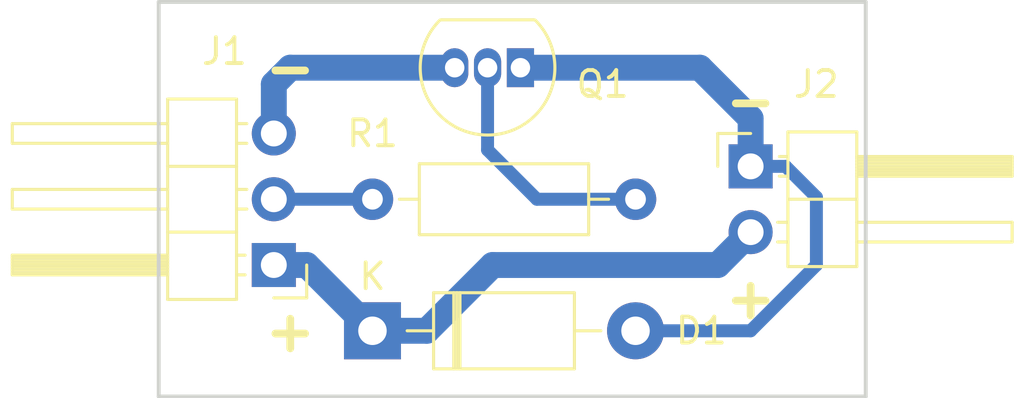
<source format=kicad_pcb>
(kicad_pcb (version 20171130) (host pcbnew 5.0.2+dfsg1-1)

  (general
    (thickness 1.6)
    (drawings 8)
    (tracks 21)
    (zones 0)
    (modules 5)
    (nets 6)
  )

  (page A4)
  (title_block
    (title "FAN PWM")
    (date 2020-11-22)
    (rev 1)
  )

  (layers
    (0 F.Cu signal)
    (31 B.Cu signal)
    (32 B.Adhes user hide)
    (33 F.Adhes user hide)
    (34 B.Paste user hide)
    (35 F.Paste user hide)
    (36 B.SilkS user hide)
    (37 F.SilkS user)
    (38 B.Mask user hide)
    (39 F.Mask user hide)
    (40 Dwgs.User user)
    (41 Cmts.User user hide)
    (42 Eco1.User user hide)
    (43 Eco2.User user hide)
    (44 Edge.Cuts user)
    (45 Margin user hide)
    (46 B.CrtYd user)
    (47 F.CrtYd user)
    (48 B.Fab user hide)
    (49 F.Fab user hide)
  )

  (setup
    (last_trace_width 0.5)
    (user_trace_width 0.5)
    (user_trace_width 1)
    (trace_clearance 0.2)
    (zone_clearance 0.508)
    (zone_45_only no)
    (trace_min 0.2)
    (segment_width 0.2)
    (edge_width 0.15)
    (via_size 0.8)
    (via_drill 0.4)
    (via_min_size 0.4)
    (via_min_drill 0.3)
    (uvia_size 0.3)
    (uvia_drill 0.1)
    (uvias_allowed no)
    (uvia_min_size 0.2)
    (uvia_min_drill 0.1)
    (pcb_text_width 0.3)
    (pcb_text_size 1.5 1.5)
    (mod_edge_width 0.15)
    (mod_text_size 1 1)
    (mod_text_width 0.15)
    (pad_size 1.524 1.524)
    (pad_drill 0.762)
    (pad_to_mask_clearance 0.051)
    (solder_mask_min_width 0.25)
    (aux_axis_origin 0 0)
    (visible_elements FFFFFF7F)
    (pcbplotparams
      (layerselection 0x010fc_ffffffff)
      (usegerberextensions false)
      (usegerberattributes false)
      (usegerberadvancedattributes false)
      (creategerberjobfile false)
      (excludeedgelayer true)
      (linewidth 0.100000)
      (plotframeref false)
      (viasonmask false)
      (mode 1)
      (useauxorigin false)
      (hpglpennumber 1)
      (hpglpenspeed 20)
      (hpglpendiameter 15.000000)
      (psnegative false)
      (psa4output false)
      (plotreference true)
      (plotvalue true)
      (plotinvisibletext false)
      (padsonsilk false)
      (subtractmaskfromsilk false)
      (outputformat 1)
      (mirror false)
      (drillshape 1)
      (scaleselection 1)
      (outputdirectory ""))
  )

  (net 0 "")
  (net 1 "Net-(Q1-Pad2)")
  (net 2 "Net-(J1-Pad2)")
  (net 3 "Net-(J1-Pad3)")
  (net 4 "Net-(D1-Pad2)")
  (net 5 "Net-(D1-Pad1)")

  (net_class Default "This is the default net class."
    (clearance 0.2)
    (trace_width 0.25)
    (via_dia 0.8)
    (via_drill 0.4)
    (uvia_dia 0.3)
    (uvia_drill 0.1)
    (add_net "Net-(D1-Pad1)")
    (add_net "Net-(D1-Pad2)")
    (add_net "Net-(J1-Pad2)")
    (add_net "Net-(J1-Pad3)")
    (add_net "Net-(Q1-Pad2)")
  )

  (module Connector_PinHeader_2.54mm:PinHeader_1x03_P2.54mm_Horizontal (layer F.Cu) (tedit 59FED5CB) (tstamp 5FBBA4DC)
    (at 29.845 29.845 180)
    (descr "Through hole angled pin header, 1x03, 2.54mm pitch, 6mm pin length, single row")
    (tags "Through hole angled pin header THT 1x03 2.54mm single row")
    (path /5FBAB815)
    (fp_text reference J1 (at 1.905 8.255 180) (layer F.SilkS)
      (effects (font (size 1 1) (thickness 0.15)))
    )
    (fp_text value RPI (at 4.385 7.35 180) (layer F.Fab)
      (effects (font (size 1 1) (thickness 0.15)))
    )
    (fp_line (start 2.135 -1.27) (end 4.04 -1.27) (layer F.Fab) (width 0.1))
    (fp_line (start 4.04 -1.27) (end 4.04 6.35) (layer F.Fab) (width 0.1))
    (fp_line (start 4.04 6.35) (end 1.5 6.35) (layer F.Fab) (width 0.1))
    (fp_line (start 1.5 6.35) (end 1.5 -0.635) (layer F.Fab) (width 0.1))
    (fp_line (start 1.5 -0.635) (end 2.135 -1.27) (layer F.Fab) (width 0.1))
    (fp_line (start -0.32 -0.32) (end 1.5 -0.32) (layer F.Fab) (width 0.1))
    (fp_line (start -0.32 -0.32) (end -0.32 0.32) (layer F.Fab) (width 0.1))
    (fp_line (start -0.32 0.32) (end 1.5 0.32) (layer F.Fab) (width 0.1))
    (fp_line (start 4.04 -0.32) (end 10.04 -0.32) (layer F.Fab) (width 0.1))
    (fp_line (start 10.04 -0.32) (end 10.04 0.32) (layer F.Fab) (width 0.1))
    (fp_line (start 4.04 0.32) (end 10.04 0.32) (layer F.Fab) (width 0.1))
    (fp_line (start -0.32 2.22) (end 1.5 2.22) (layer F.Fab) (width 0.1))
    (fp_line (start -0.32 2.22) (end -0.32 2.86) (layer F.Fab) (width 0.1))
    (fp_line (start -0.32 2.86) (end 1.5 2.86) (layer F.Fab) (width 0.1))
    (fp_line (start 4.04 2.22) (end 10.04 2.22) (layer F.Fab) (width 0.1))
    (fp_line (start 10.04 2.22) (end 10.04 2.86) (layer F.Fab) (width 0.1))
    (fp_line (start 4.04 2.86) (end 10.04 2.86) (layer F.Fab) (width 0.1))
    (fp_line (start -0.32 4.76) (end 1.5 4.76) (layer F.Fab) (width 0.1))
    (fp_line (start -0.32 4.76) (end -0.32 5.4) (layer F.Fab) (width 0.1))
    (fp_line (start -0.32 5.4) (end 1.5 5.4) (layer F.Fab) (width 0.1))
    (fp_line (start 4.04 4.76) (end 10.04 4.76) (layer F.Fab) (width 0.1))
    (fp_line (start 10.04 4.76) (end 10.04 5.4) (layer F.Fab) (width 0.1))
    (fp_line (start 4.04 5.4) (end 10.04 5.4) (layer F.Fab) (width 0.1))
    (fp_line (start 1.44 -1.33) (end 1.44 6.41) (layer F.SilkS) (width 0.12))
    (fp_line (start 1.44 6.41) (end 4.1 6.41) (layer F.SilkS) (width 0.12))
    (fp_line (start 4.1 6.41) (end 4.1 -1.33) (layer F.SilkS) (width 0.12))
    (fp_line (start 4.1 -1.33) (end 1.44 -1.33) (layer F.SilkS) (width 0.12))
    (fp_line (start 4.1 -0.38) (end 10.1 -0.38) (layer F.SilkS) (width 0.12))
    (fp_line (start 10.1 -0.38) (end 10.1 0.38) (layer F.SilkS) (width 0.12))
    (fp_line (start 10.1 0.38) (end 4.1 0.38) (layer F.SilkS) (width 0.12))
    (fp_line (start 4.1 -0.32) (end 10.1 -0.32) (layer F.SilkS) (width 0.12))
    (fp_line (start 4.1 -0.2) (end 10.1 -0.2) (layer F.SilkS) (width 0.12))
    (fp_line (start 4.1 -0.08) (end 10.1 -0.08) (layer F.SilkS) (width 0.12))
    (fp_line (start 4.1 0.04) (end 10.1 0.04) (layer F.SilkS) (width 0.12))
    (fp_line (start 4.1 0.16) (end 10.1 0.16) (layer F.SilkS) (width 0.12))
    (fp_line (start 4.1 0.28) (end 10.1 0.28) (layer F.SilkS) (width 0.12))
    (fp_line (start 1.11 -0.38) (end 1.44 -0.38) (layer F.SilkS) (width 0.12))
    (fp_line (start 1.11 0.38) (end 1.44 0.38) (layer F.SilkS) (width 0.12))
    (fp_line (start 1.44 1.27) (end 4.1 1.27) (layer F.SilkS) (width 0.12))
    (fp_line (start 4.1 2.16) (end 10.1 2.16) (layer F.SilkS) (width 0.12))
    (fp_line (start 10.1 2.16) (end 10.1 2.92) (layer F.SilkS) (width 0.12))
    (fp_line (start 10.1 2.92) (end 4.1 2.92) (layer F.SilkS) (width 0.12))
    (fp_line (start 1.042929 2.16) (end 1.44 2.16) (layer F.SilkS) (width 0.12))
    (fp_line (start 1.042929 2.92) (end 1.44 2.92) (layer F.SilkS) (width 0.12))
    (fp_line (start 1.44 3.81) (end 4.1 3.81) (layer F.SilkS) (width 0.12))
    (fp_line (start 4.1 4.7) (end 10.1 4.7) (layer F.SilkS) (width 0.12))
    (fp_line (start 10.1 4.7) (end 10.1 5.46) (layer F.SilkS) (width 0.12))
    (fp_line (start 10.1 5.46) (end 4.1 5.46) (layer F.SilkS) (width 0.12))
    (fp_line (start 1.042929 4.7) (end 1.44 4.7) (layer F.SilkS) (width 0.12))
    (fp_line (start 1.042929 5.46) (end 1.44 5.46) (layer F.SilkS) (width 0.12))
    (fp_line (start -1.27 0) (end -1.27 -1.27) (layer F.SilkS) (width 0.12))
    (fp_line (start -1.27 -1.27) (end 0 -1.27) (layer F.SilkS) (width 0.12))
    (fp_line (start -1.8 -1.8) (end -1.8 6.85) (layer F.CrtYd) (width 0.05))
    (fp_line (start -1.8 6.85) (end 10.55 6.85) (layer F.CrtYd) (width 0.05))
    (fp_line (start 10.55 6.85) (end 10.55 -1.8) (layer F.CrtYd) (width 0.05))
    (fp_line (start 10.55 -1.8) (end -1.8 -1.8) (layer F.CrtYd) (width 0.05))
    (fp_text user %R (at 2.77 2.54 270) (layer F.Fab)
      (effects (font (size 1 1) (thickness 0.15)))
    )
    (pad 1 thru_hole rect (at 0 0 180) (size 1.7 1.7) (drill 1) (layers *.Cu *.Mask)
      (net 5 "Net-(D1-Pad1)"))
    (pad 2 thru_hole oval (at 0 2.54 180) (size 1.7 1.7) (drill 1) (layers *.Cu *.Mask)
      (net 2 "Net-(J1-Pad2)"))
    (pad 3 thru_hole oval (at 0 5.08 180) (size 1.7 1.7) (drill 1) (layers *.Cu *.Mask)
      (net 3 "Net-(J1-Pad3)"))
    (model ${KISYS3DMOD}/Connector_PinHeader_2.54mm.3dshapes/PinHeader_1x03_P2.54mm_Horizontal.wrl
      (at (xyz 0 0 0))
      (scale (xyz 1 1 1))
      (rotate (xyz 0 0 0))
    )
  )

  (module Connector_PinHeader_2.54mm:PinHeader_1x02_P2.54mm_Horizontal (layer F.Cu) (tedit 59FED5CB) (tstamp 5FBBACB4)
    (at 48.26 26.035)
    (descr "Through hole angled pin header, 1x02, 2.54mm pitch, 6mm pin length, single row")
    (tags "Through hole angled pin header THT 1x02 2.54mm single row")
    (path /5FBABFE6)
    (fp_text reference J2 (at 2.54 -3.175) (layer F.SilkS)
      (effects (font (size 1 1) (thickness 0.15)))
    )
    (fp_text value FAN (at 1.27 5.715) (layer F.Fab)
      (effects (font (size 1 1) (thickness 0.15)))
    )
    (fp_line (start 2.135 -1.27) (end 4.04 -1.27) (layer F.Fab) (width 0.1))
    (fp_line (start 4.04 -1.27) (end 4.04 3.81) (layer F.Fab) (width 0.1))
    (fp_line (start 4.04 3.81) (end 1.5 3.81) (layer F.Fab) (width 0.1))
    (fp_line (start 1.5 3.81) (end 1.5 -0.635) (layer F.Fab) (width 0.1))
    (fp_line (start 1.5 -0.635) (end 2.135 -1.27) (layer F.Fab) (width 0.1))
    (fp_line (start -0.32 -0.32) (end 1.5 -0.32) (layer F.Fab) (width 0.1))
    (fp_line (start -0.32 -0.32) (end -0.32 0.32) (layer F.Fab) (width 0.1))
    (fp_line (start -0.32 0.32) (end 1.5 0.32) (layer F.Fab) (width 0.1))
    (fp_line (start 4.04 -0.32) (end 10.04 -0.32) (layer F.Fab) (width 0.1))
    (fp_line (start 10.04 -0.32) (end 10.04 0.32) (layer F.Fab) (width 0.1))
    (fp_line (start 4.04 0.32) (end 10.04 0.32) (layer F.Fab) (width 0.1))
    (fp_line (start -0.32 2.22) (end 1.5 2.22) (layer F.Fab) (width 0.1))
    (fp_line (start -0.32 2.22) (end -0.32 2.86) (layer F.Fab) (width 0.1))
    (fp_line (start -0.32 2.86) (end 1.5 2.86) (layer F.Fab) (width 0.1))
    (fp_line (start 4.04 2.22) (end 10.04 2.22) (layer F.Fab) (width 0.1))
    (fp_line (start 10.04 2.22) (end 10.04 2.86) (layer F.Fab) (width 0.1))
    (fp_line (start 4.04 2.86) (end 10.04 2.86) (layer F.Fab) (width 0.1))
    (fp_line (start 1.44 -1.33) (end 1.44 3.87) (layer F.SilkS) (width 0.12))
    (fp_line (start 1.44 3.87) (end 4.1 3.87) (layer F.SilkS) (width 0.12))
    (fp_line (start 4.1 3.87) (end 4.1 -1.33) (layer F.SilkS) (width 0.12))
    (fp_line (start 4.1 -1.33) (end 1.44 -1.33) (layer F.SilkS) (width 0.12))
    (fp_line (start 4.1 -0.38) (end 10.1 -0.38) (layer F.SilkS) (width 0.12))
    (fp_line (start 10.1 -0.38) (end 10.1 0.38) (layer F.SilkS) (width 0.12))
    (fp_line (start 10.1 0.38) (end 4.1 0.38) (layer F.SilkS) (width 0.12))
    (fp_line (start 4.1 -0.32) (end 10.1 -0.32) (layer F.SilkS) (width 0.12))
    (fp_line (start 4.1 -0.2) (end 10.1 -0.2) (layer F.SilkS) (width 0.12))
    (fp_line (start 4.1 -0.08) (end 10.1 -0.08) (layer F.SilkS) (width 0.12))
    (fp_line (start 4.1 0.04) (end 10.1 0.04) (layer F.SilkS) (width 0.12))
    (fp_line (start 4.1 0.16) (end 10.1 0.16) (layer F.SilkS) (width 0.12))
    (fp_line (start 4.1 0.28) (end 10.1 0.28) (layer F.SilkS) (width 0.12))
    (fp_line (start 1.11 -0.38) (end 1.44 -0.38) (layer F.SilkS) (width 0.12))
    (fp_line (start 1.11 0.38) (end 1.44 0.38) (layer F.SilkS) (width 0.12))
    (fp_line (start 1.44 1.27) (end 4.1 1.27) (layer F.SilkS) (width 0.12))
    (fp_line (start 4.1 2.16) (end 10.1 2.16) (layer F.SilkS) (width 0.12))
    (fp_line (start 10.1 2.16) (end 10.1 2.92) (layer F.SilkS) (width 0.12))
    (fp_line (start 10.1 2.92) (end 4.1 2.92) (layer F.SilkS) (width 0.12))
    (fp_line (start 1.042929 2.16) (end 1.44 2.16) (layer F.SilkS) (width 0.12))
    (fp_line (start 1.042929 2.92) (end 1.44 2.92) (layer F.SilkS) (width 0.12))
    (fp_line (start -1.27 0) (end -1.27 -1.27) (layer F.SilkS) (width 0.12))
    (fp_line (start -1.27 -1.27) (end 0 -1.27) (layer F.SilkS) (width 0.12))
    (fp_line (start -1.8 -1.8) (end -1.8 4.35) (layer F.CrtYd) (width 0.05))
    (fp_line (start -1.8 4.35) (end 10.55 4.35) (layer F.CrtYd) (width 0.05))
    (fp_line (start 10.55 4.35) (end 10.55 -1.8) (layer F.CrtYd) (width 0.05))
    (fp_line (start 10.55 -1.8) (end -1.8 -1.8) (layer F.CrtYd) (width 0.05))
    (fp_text user %R (at 2.77 1.27 90) (layer F.Fab)
      (effects (font (size 1 1) (thickness 0.15)))
    )
    (pad 1 thru_hole rect (at 0 0) (size 1.7 1.7) (drill 1) (layers *.Cu *.Mask)
      (net 4 "Net-(D1-Pad2)"))
    (pad 2 thru_hole oval (at 0 2.54) (size 1.7 1.7) (drill 1) (layers *.Cu *.Mask)
      (net 5 "Net-(D1-Pad1)"))
    (model ${KISYS3DMOD}/Connector_PinHeader_2.54mm.3dshapes/PinHeader_1x02_P2.54mm_Horizontal.wrl
      (at (xyz 0 0 0))
      (scale (xyz 1 1 1))
      (rotate (xyz 0 0 0))
    )
  )

  (module Diode_THT:D_DO-41_SOD81_P10.16mm_Horizontal (layer F.Cu) (tedit 5AE50CD5) (tstamp 5FBBAE55)
    (at 33.655 32.385)
    (descr "Diode, DO-41_SOD81 series, Axial, Horizontal, pin pitch=10.16mm, , length*diameter=5.2*2.7mm^2, , http://www.diodes.com/_files/packages/DO-41%20(Plastic).pdf")
    (tags "Diode DO-41_SOD81 series Axial Horizontal pin pitch 10.16mm  length 5.2mm diameter 2.7mm")
    (path /5FBABC60)
    (fp_text reference D1 (at 12.7 0) (layer F.SilkS)
      (effects (font (size 1 1) (thickness 0.15)))
    )
    (fp_text value 1N4001 (at 5.08 2.47) (layer F.Fab)
      (effects (font (size 1 1) (thickness 0.15)))
    )
    (fp_line (start 2.48 -1.35) (end 2.48 1.35) (layer F.Fab) (width 0.1))
    (fp_line (start 2.48 1.35) (end 7.68 1.35) (layer F.Fab) (width 0.1))
    (fp_line (start 7.68 1.35) (end 7.68 -1.35) (layer F.Fab) (width 0.1))
    (fp_line (start 7.68 -1.35) (end 2.48 -1.35) (layer F.Fab) (width 0.1))
    (fp_line (start 0 0) (end 2.48 0) (layer F.Fab) (width 0.1))
    (fp_line (start 10.16 0) (end 7.68 0) (layer F.Fab) (width 0.1))
    (fp_line (start 3.26 -1.35) (end 3.26 1.35) (layer F.Fab) (width 0.1))
    (fp_line (start 3.36 -1.35) (end 3.36 1.35) (layer F.Fab) (width 0.1))
    (fp_line (start 3.16 -1.35) (end 3.16 1.35) (layer F.Fab) (width 0.1))
    (fp_line (start 2.36 -1.47) (end 2.36 1.47) (layer F.SilkS) (width 0.12))
    (fp_line (start 2.36 1.47) (end 7.8 1.47) (layer F.SilkS) (width 0.12))
    (fp_line (start 7.8 1.47) (end 7.8 -1.47) (layer F.SilkS) (width 0.12))
    (fp_line (start 7.8 -1.47) (end 2.36 -1.47) (layer F.SilkS) (width 0.12))
    (fp_line (start 1.34 0) (end 2.36 0) (layer F.SilkS) (width 0.12))
    (fp_line (start 8.82 0) (end 7.8 0) (layer F.SilkS) (width 0.12))
    (fp_line (start 3.26 -1.47) (end 3.26 1.47) (layer F.SilkS) (width 0.12))
    (fp_line (start 3.38 -1.47) (end 3.38 1.47) (layer F.SilkS) (width 0.12))
    (fp_line (start 3.14 -1.47) (end 3.14 1.47) (layer F.SilkS) (width 0.12))
    (fp_line (start -1.35 -1.6) (end -1.35 1.6) (layer F.CrtYd) (width 0.05))
    (fp_line (start -1.35 1.6) (end 11.51 1.6) (layer F.CrtYd) (width 0.05))
    (fp_line (start 11.51 1.6) (end 11.51 -1.6) (layer F.CrtYd) (width 0.05))
    (fp_line (start 11.51 -1.6) (end -1.35 -1.6) (layer F.CrtYd) (width 0.05))
    (fp_text user %R (at 5.47 0) (layer F.Fab)
      (effects (font (size 1 1) (thickness 0.15)))
    )
    (fp_text user K (at 0 -2.1) (layer F.Fab)
      (effects (font (size 1 1) (thickness 0.15)))
    )
    (fp_text user K (at 0 -2.1) (layer F.SilkS)
      (effects (font (size 1 1) (thickness 0.15)))
    )
    (pad 1 thru_hole rect (at 0 0) (size 2.2 2.2) (drill 1.1) (layers *.Cu *.Mask)
      (net 5 "Net-(D1-Pad1)"))
    (pad 2 thru_hole oval (at 10.16 0) (size 2.2 2.2) (drill 1.1) (layers *.Cu *.Mask)
      (net 4 "Net-(D1-Pad2)"))
    (model ${KISYS3DMOD}/Diode_THT.3dshapes/D_DO-41_SOD81_P10.16mm_Horizontal.wrl
      (at (xyz 0 0 0))
      (scale (xyz 1 1 1))
      (rotate (xyz 0 0 0))
    )
  )

  (module Package_TO_SOT_THT:TO-92_Inline (layer F.Cu) (tedit 5A1DD157) (tstamp 5FBBA47D)
    (at 39.37 22.225 180)
    (descr "TO-92 leads in-line, narrow, oval pads, drill 0.75mm (see NXP sot054_po.pdf)")
    (tags "to-92 sc-43 sc-43a sot54 PA33 transistor")
    (path /5FBAB4B2)
    (fp_text reference Q1 (at -3.175 -0.635 180) (layer F.SilkS)
      (effects (font (size 1 1) (thickness 0.15)))
    )
    (fp_text value BC338 (at 1.27 2.79 180) (layer F.Fab)
      (effects (font (size 1 1) (thickness 0.15)))
    )
    (fp_text user %R (at 1.27 -3.56 180) (layer F.Fab)
      (effects (font (size 1 1) (thickness 0.15)))
    )
    (fp_line (start -0.53 1.85) (end 3.07 1.85) (layer F.SilkS) (width 0.12))
    (fp_line (start -0.5 1.75) (end 3 1.75) (layer F.Fab) (width 0.1))
    (fp_line (start -1.46 -2.73) (end 4 -2.73) (layer F.CrtYd) (width 0.05))
    (fp_line (start -1.46 -2.73) (end -1.46 2.01) (layer F.CrtYd) (width 0.05))
    (fp_line (start 4 2.01) (end 4 -2.73) (layer F.CrtYd) (width 0.05))
    (fp_line (start 4 2.01) (end -1.46 2.01) (layer F.CrtYd) (width 0.05))
    (fp_arc (start 1.27 0) (end 1.27 -2.48) (angle 135) (layer F.Fab) (width 0.1))
    (fp_arc (start 1.27 0) (end 1.27 -2.6) (angle -135) (layer F.SilkS) (width 0.12))
    (fp_arc (start 1.27 0) (end 1.27 -2.48) (angle -135) (layer F.Fab) (width 0.1))
    (fp_arc (start 1.27 0) (end 1.27 -2.6) (angle 135) (layer F.SilkS) (width 0.12))
    (pad 2 thru_hole oval (at 1.27 0 180) (size 1.05 1.5) (drill 0.75) (layers *.Cu *.Mask)
      (net 1 "Net-(Q1-Pad2)"))
    (pad 3 thru_hole oval (at 2.54 0 180) (size 1.05 1.5) (drill 0.75) (layers *.Cu *.Mask)
      (net 3 "Net-(J1-Pad3)"))
    (pad 1 thru_hole rect (at 0 0 180) (size 1.05 1.5) (drill 0.75) (layers *.Cu *.Mask)
      (net 4 "Net-(D1-Pad2)"))
    (model ${KISYS3DMOD}/Package_TO_SOT_THT.3dshapes/TO-92_Inline.wrl
      (at (xyz 0 0 0))
      (scale (xyz 1 1 1))
      (rotate (xyz 0 0 0))
    )
  )

  (module Resistor_THT:R_Axial_DIN0207_L6.3mm_D2.5mm_P10.16mm_Horizontal (layer F.Cu) (tedit 5AE5139B) (tstamp 5FBBA46B)
    (at 43.815 27.305 180)
    (descr "Resistor, Axial_DIN0207 series, Axial, Horizontal, pin pitch=10.16mm, 0.25W = 1/4W, length*diameter=6.3*2.5mm^2, http://cdn-reichelt.de/documents/datenblatt/B400/1_4W%23YAG.pdf")
    (tags "Resistor Axial_DIN0207 series Axial Horizontal pin pitch 10.16mm 0.25W = 1/4W length 6.3mm diameter 2.5mm")
    (path /5FBAB6BD)
    (fp_text reference R1 (at 10.16 2.54 180) (layer F.SilkS)
      (effects (font (size 1 1) (thickness 0.15)))
    )
    (fp_text value 1k (at 5.08 2.37 180) (layer F.Fab)
      (effects (font (size 1 1) (thickness 0.15)))
    )
    (fp_line (start 1.93 -1.25) (end 1.93 1.25) (layer F.Fab) (width 0.1))
    (fp_line (start 1.93 1.25) (end 8.23 1.25) (layer F.Fab) (width 0.1))
    (fp_line (start 8.23 1.25) (end 8.23 -1.25) (layer F.Fab) (width 0.1))
    (fp_line (start 8.23 -1.25) (end 1.93 -1.25) (layer F.Fab) (width 0.1))
    (fp_line (start 0 0) (end 1.93 0) (layer F.Fab) (width 0.1))
    (fp_line (start 10.16 0) (end 8.23 0) (layer F.Fab) (width 0.1))
    (fp_line (start 1.81 -1.37) (end 1.81 1.37) (layer F.SilkS) (width 0.12))
    (fp_line (start 1.81 1.37) (end 8.35 1.37) (layer F.SilkS) (width 0.12))
    (fp_line (start 8.35 1.37) (end 8.35 -1.37) (layer F.SilkS) (width 0.12))
    (fp_line (start 8.35 -1.37) (end 1.81 -1.37) (layer F.SilkS) (width 0.12))
    (fp_line (start 1.04 0) (end 1.81 0) (layer F.SilkS) (width 0.12))
    (fp_line (start 9.12 0) (end 8.35 0) (layer F.SilkS) (width 0.12))
    (fp_line (start -1.05 -1.5) (end -1.05 1.5) (layer F.CrtYd) (width 0.05))
    (fp_line (start -1.05 1.5) (end 11.21 1.5) (layer F.CrtYd) (width 0.05))
    (fp_line (start 11.21 1.5) (end 11.21 -1.5) (layer F.CrtYd) (width 0.05))
    (fp_line (start 11.21 -1.5) (end -1.05 -1.5) (layer F.CrtYd) (width 0.05))
    (fp_text user %R (at 5.08 0 180) (layer F.Fab)
      (effects (font (size 1 1) (thickness 0.15)))
    )
    (pad 1 thru_hole circle (at 0 0 180) (size 1.6 1.6) (drill 0.8) (layers *.Cu *.Mask)
      (net 1 "Net-(Q1-Pad2)"))
    (pad 2 thru_hole oval (at 10.16 0 180) (size 1.6 1.6) (drill 0.8) (layers *.Cu *.Mask)
      (net 2 "Net-(J1-Pad2)"))
    (model ${KISYS3DMOD}/Resistor_THT.3dshapes/R_Axial_DIN0207_L6.3mm_D2.5mm_P10.16mm_Horizontal.wrl
      (at (xyz 0 0 0))
      (scale (xyz 1 1 1))
      (rotate (xyz 0 0 0))
    )
  )

  (gr_text - (at 48.26 23.495) (layer F.SilkS)
    (effects (font (size 1.5 1.5) (thickness 0.3)))
  )
  (gr_text + (at 48.26 31.115) (layer F.SilkS)
    (effects (font (size 1.5 1.5) (thickness 0.3)))
  )
  (gr_text + (at 30.48 32.385) (layer F.SilkS)
    (effects (font (size 1.5 1.5) (thickness 0.3)))
  )
  (gr_text - (at 30.48 22.225) (layer F.SilkS)
    (effects (font (size 1.5 1.5) (thickness 0.3)))
  )
  (gr_line (start 25.4 34.925) (end 25.4 19.685) (layer Edge.Cuts) (width 0.15))
  (gr_line (start 52.705 34.925) (end 25.4 34.925) (layer Edge.Cuts) (width 0.15))
  (gr_line (start 52.705 19.685) (end 52.705 34.925) (layer Edge.Cuts) (width 0.15))
  (gr_line (start 25.4 19.685) (end 52.705 19.685) (layer Edge.Cuts) (width 0.15))

  (segment (start 43.815 27.305) (end 40.005 27.305) (width 0.5) (layer B.Cu) (net 1))
  (segment (start 40.005 27.305) (end 38.1 25.4) (width 0.5) (layer B.Cu) (net 1))
  (segment (start 38.1 25.4) (end 38.1 22.225) (width 0.5) (layer B.Cu) (net 1))
  (segment (start 29.845 27.305) (end 33.655 27.305) (width 0.5) (layer B.Cu) (net 2))
  (segment (start 29.845 24.765) (end 29.845 22.86) (width 1) (layer B.Cu) (net 3))
  (segment (start 30.48 22.225) (end 36.83 22.225) (width 1) (layer B.Cu) (net 3))
  (segment (start 29.845 22.86) (end 30.48 22.225) (width 1) (layer B.Cu) (net 3))
  (segment (start 48.26 24.185) (end 48.26 26.035) (width 1) (layer B.Cu) (net 4))
  (segment (start 46.3 22.225) (end 48.26 24.185) (width 1) (layer B.Cu) (net 4))
  (segment (start 39.37 22.225) (end 46.3 22.225) (width 1) (layer B.Cu) (net 4))
  (segment (start 43.815 32.385) (end 48.26 32.385) (width 0.5) (layer B.Cu) (net 4))
  (segment (start 48.26 32.385) (end 50.8 29.845) (width 0.5) (layer B.Cu) (net 4))
  (segment (start 49.61 26.035) (end 48.26 26.035) (width 0.5) (layer B.Cu) (net 4))
  (segment (start 50.8 27.225) (end 49.61 26.035) (width 0.5) (layer B.Cu) (net 4))
  (segment (start 50.8 29.845) (end 50.8 27.225) (width 0.5) (layer B.Cu) (net 4))
  (segment (start 31.115 29.845) (end 33.655 32.385) (width 1) (layer B.Cu) (net 5))
  (segment (start 29.845 29.845) (end 31.115 29.845) (width 1) (layer B.Cu) (net 5))
  (segment (start 35.755 32.385) (end 38.295 29.845) (width 1) (layer B.Cu) (net 5))
  (segment (start 33.655 32.385) (end 35.755 32.385) (width 1) (layer B.Cu) (net 5))
  (segment (start 46.99 29.845) (end 48.26 28.575) (width 1) (layer B.Cu) (net 5))
  (segment (start 38.295 29.845) (end 46.99 29.845) (width 1) (layer B.Cu) (net 5))

)

</source>
